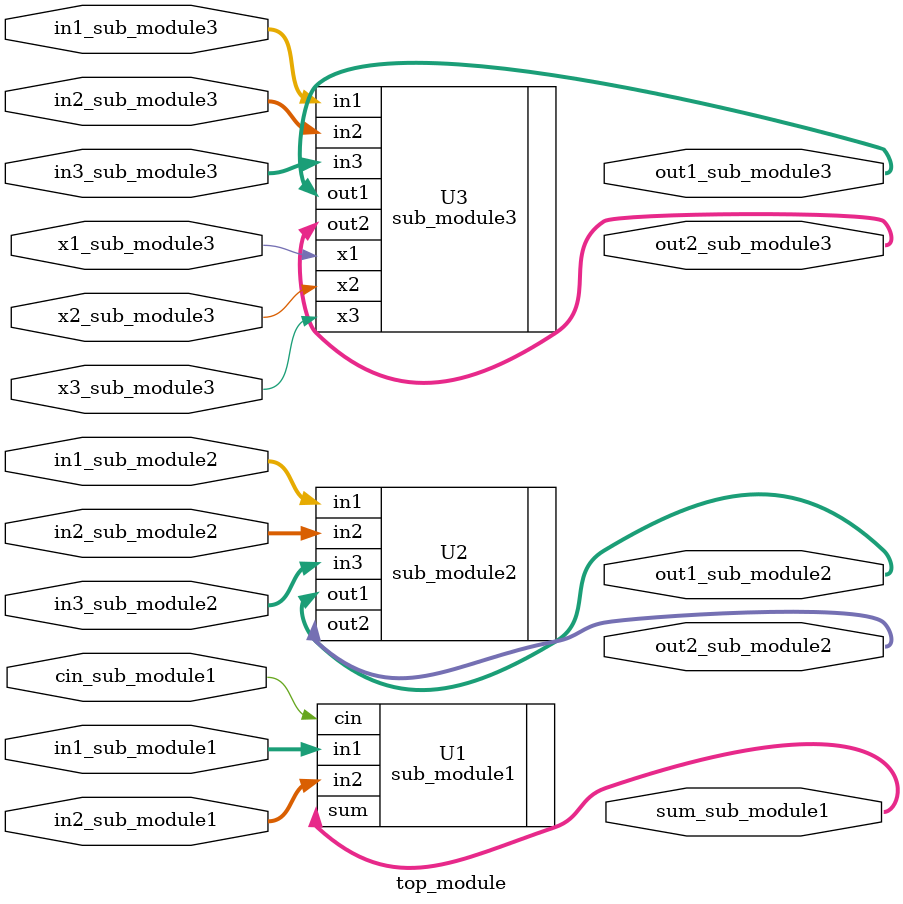
<source format=v>
module top_module (
    input wire  [3:0] in1_sub_module1,
    input wire  [3:0] in2_sub_module1,
    input wire        cin_sub_module1,
    output wire [4:0] sum_sub_module1,
    input wire  [3:0] in1_sub_module2,
    input wire  [3:0] in2_sub_module2,
    input wire  [3:0] in3_sub_module2,
    output wire [3:0] out1_sub_module2,
    output wire [3:0] out2_sub_module2,
    input wire  [3:0] in1_sub_module3,
    input wire  [3:0] in2_sub_module3,
    input wire  [3:0] in3_sub_module3,
    input wire        x1_sub_module3,
    input wire        x2_sub_module3,
    input wire        x3_sub_module3,
    output wire [3:0] out1_sub_module3,
    output wire [3:0] out2_sub_module3
);
    sub_module1 U1 (
        .in1(in1_sub_module1),
        .in2(in2_sub_module1),
        .cin(cin_sub_module1),
        .sum(sum_sub_module1)
    );

    sub_module2 U2 (
        .in1(in1_sub_module2),
        .in2(in2_sub_module2),
        .in3(in3_sub_module2),
        .out1(out1_sub_module2),
        .out2(out2_sub_module2)
    );

    sub_module3 U3 (
        .in1(in1_sub_module3),
        .in2(in2_sub_module3),
        .in3(in3_sub_module3),
        .x1(x1_sub_module3),
        .x2(x2_sub_module3),
        .x3(x3_sub_module3),
        .out1(out1_sub_module3),
        .out2(out2_sub_module3)
    );

endmodule

</source>
